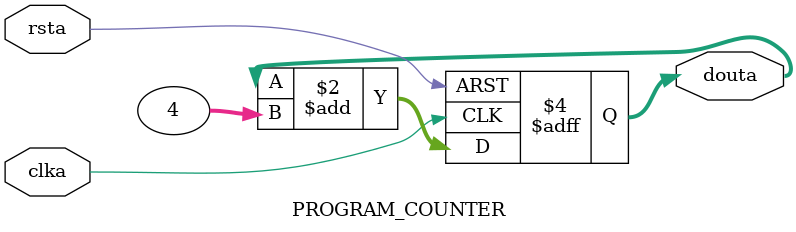
<source format=v>
`timescale 1ns / 1ps
module PROGRAM_COUNTER(
  clka,
  rsta,
  douta
  );

  input clka;
  input rsta;
  output reg [31 : 0] douta;

  initial douta = 32'hffff_fffc;

  always @(posedge clka or posedge rsta) begin
    if (rsta) begin
      douta <= 0;
    end else begin
      douta <= douta + 4;
    end
  end

endmodule

</source>
